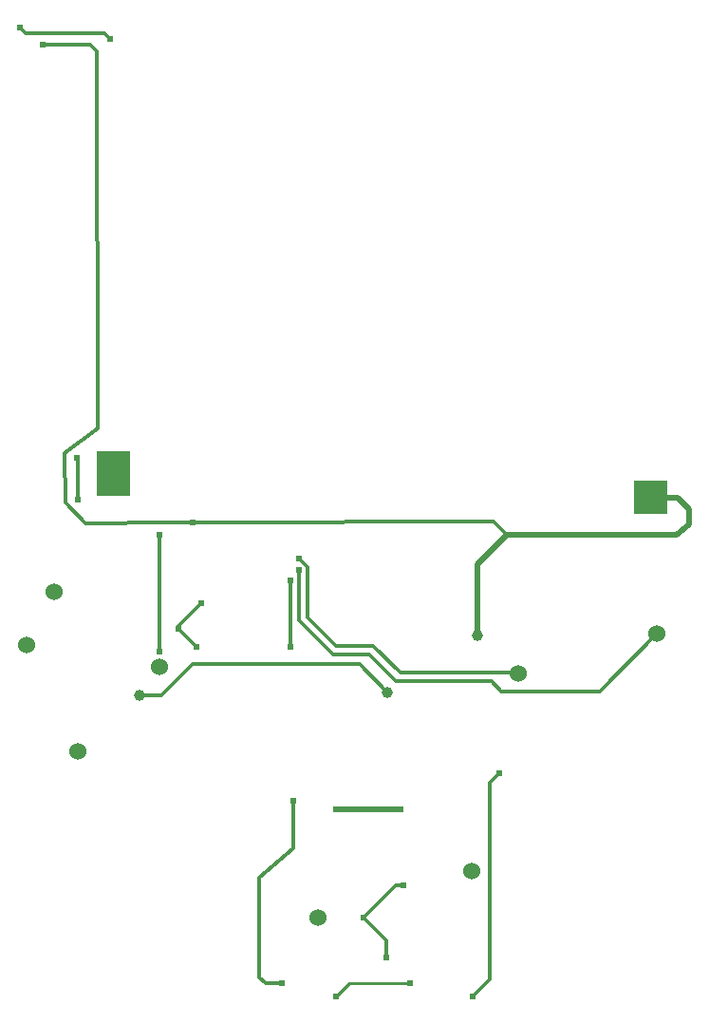
<source format=gbl>
G04 Layer: BottomLayer*
G04 EasyEDA v6.4.25, 2021-09-17T16:21:59--7:00*
G04 8dbd8d05a4bf401dbff3891acb08e7ed,1286d1f709c949e68cfeef46812bcf49,10*
G04 Gerber Generator version 0.2*
G04 Scale: 100 percent, Rotated: No, Reflected: No *
G04 Dimensions in millimeters *
G04 leading zeros omitted , absolute positions ,4 integer and 5 decimal *
%FSLAX45Y45*%
%MOMM*%

%ADD10C,0.2540*%
%ADD11C,0.3000*%
%ADD12C,0.5000*%
%ADD13C,0.6096*%
%ADD14C,0.6100*%
%ADD15C,1.0000*%
%ADD16C,1.5240*%

%LPD*%
D12*
X11224008Y4675888D02*
G01*
X11468100Y4673600D01*
X11569700Y4572000D01*
X11569976Y4431990D01*
X11455400Y4343400D01*
X9939276Y4343400D01*
D11*
X7137400Y4452620D02*
G01*
X6924293Y4450587D01*
X6180074Y4443984D01*
X5999988Y4629990D01*
X5991986Y5065989D01*
X6290056Y5288026D01*
X6286500Y8648700D01*
X6286500Y8648700D02*
G01*
X6223000Y8712200D01*
X5803900Y8712200D01*
X6400800Y8763000D02*
G01*
X6350000Y8813800D01*
X5651500Y8813800D01*
X5600700Y8864600D01*
X7937500Y340989D02*
G01*
X7787010Y340989D01*
X7734300Y393700D01*
X7734300Y1282700D01*
X8039100Y1549400D01*
X8039100Y1968500D01*
X9877043Y2218944D02*
G01*
X9791700Y2133600D01*
X9791700Y381000D01*
X9639300Y228600D01*
X8661400Y927100D02*
G01*
X8953500Y1219200D01*
X9017000Y1219200D01*
X8661400Y927100D02*
G01*
X8864600Y723900D01*
X8864600Y571500D01*
X6845300Y4343400D02*
G01*
X6845300Y3301288D01*
X6841997Y3297986D01*
X6110986Y4650994D02*
G01*
X6110986Y5024991D01*
X6106988Y5028989D01*
X10042245Y3105505D02*
G01*
X10036251Y3111500D01*
X8991600Y3111500D01*
X8750300Y3352800D01*
X8420100Y3352800D01*
X8166100Y3606800D01*
X8166100Y4051300D01*
X8089900Y4127500D01*
X11281181Y3458286D02*
G01*
X10769295Y2946400D01*
X9893300Y2946400D01*
X9804400Y3035300D01*
X8953500Y3035300D01*
X8712200Y3276600D01*
X8394700Y3276600D01*
X8089900Y3581400D01*
X8089900Y4025900D01*
X8013700Y3340100D02*
G01*
X8013700Y3937000D01*
X7213600Y3733800D02*
G01*
X7010400Y3530600D01*
X7010400Y3505200D01*
X8877300Y2934850D02*
G01*
X8624450Y3187700D01*
X7137400Y3187700D01*
X6858000Y2908300D01*
X6667500Y2908300D01*
X9939276Y4343400D02*
G01*
X9824976Y4457700D01*
X7136343Y4453475D01*
D12*
X8991600Y1892300D02*
G01*
X8420100Y1892300D01*
D11*
X7010400Y3505200D02*
G01*
X7175500Y3340100D01*
D12*
X9674859Y4078986D02*
G01*
X9675875Y3443986D01*
X9939274Y4343400D02*
G01*
X9939274Y4343400D01*
X9674859Y4078986D01*
D10*
X9080500Y342900D02*
G01*
X8534400Y342900D01*
X8420100Y228600D01*
D16*
G01*
X8252053Y927201D03*
G01*
X9626295Y1343456D03*
G01*
X10042245Y3105505D03*
G01*
X11281181Y3458286D03*
G01*
X6112662Y2412187D03*
G01*
X6844182Y3166567D03*
G01*
X5652922Y3357067D03*
G01*
X5904382Y3837127D03*
G36*
X11073978Y4825989D02*
G01*
X11373977Y4825989D01*
X11373977Y4525990D01*
X11073978Y4525990D01*
G37*
G36*
X6278986Y5086990D02*
G01*
X6578986Y5086990D01*
X6578986Y4686990D01*
X6278986Y4686990D01*
G37*
D13*
G01*
X9876993Y2218994D03*
G01*
X9639300Y228600D03*
G01*
X9080500Y342900D03*
G01*
X8420100Y228600D03*
G01*
X8039100Y1968500D03*
G01*
X7937500Y340995D03*
G01*
X5600700Y8864600D03*
G01*
X6400800Y8763000D03*
G01*
X6845300Y4343400D03*
D14*
G01*
X6841997Y3297986D03*
D15*
G01*
X9675977Y3443986D03*
G01*
X6667500Y2908300D03*
G01*
X8877300Y2934843D03*
D14*
G01*
X9939274Y4343400D03*
G01*
X5803900Y8712200D03*
G01*
X8089900Y4025900D03*
G01*
X8089900Y4127500D03*
G01*
X8013700Y3937000D03*
G01*
X8013700Y3340100D03*
G01*
X8864600Y571500D03*
G01*
X7136333Y4453483D03*
G01*
X6110986Y4650994D03*
G01*
X6106998Y5028996D03*
G01*
X7010400Y3505200D03*
G01*
X7175500Y3340100D03*
G01*
X8661400Y927100D03*
G01*
X7213600Y3733800D03*
G01*
X8420100Y1892300D03*
G01*
X8991600Y1892300D03*
G01*
X9017000Y1219200D03*
M02*

</source>
